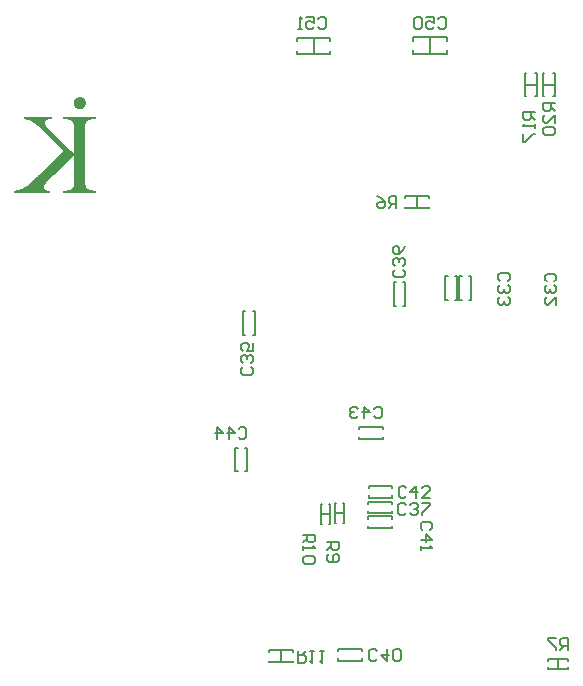
<source format=gbr>
%TF.GenerationSoftware,Altium Limited,Altium Designer,24.10.1 (45)*%
G04 Layer_Color=32896*
%FSLAX45Y45*%
%MOMM*%
%TF.SameCoordinates,E1515796-6FB3-4C94-B68D-87BC939BF7D9*%
%TF.FilePolarity,Positive*%
%TF.FileFunction,Legend,Bot*%
%TF.Part,Single*%
G01*
G75*
%TA.AperFunction,NonConductor*%
%ADD111C,0.15000*%
%ADD115C,0.15300*%
G36*
X3034776Y5645720D02*
X3047448D01*
Y5649944D01*
X3049560D01*
Y5666840D01*
X2775000D01*
Y5664728D01*
X2772888D01*
Y5645720D01*
X2808792D01*
Y5643608D01*
X2817240D01*
Y5641496D01*
X2825688D01*
Y5639384D01*
X2829912D01*
Y5637272D01*
X2834136D01*
Y5635160D01*
X2838360D01*
Y5633048D01*
X2842584D01*
Y5630936D01*
X2844696D01*
Y5628824D01*
X2846808D01*
Y5626712D01*
X2848920D01*
Y5624600D01*
X2851032D01*
Y5622488D01*
X2853144D01*
Y5620376D01*
X2855256D01*
Y5614040D01*
X2857368D01*
Y5609816D01*
X2859480D01*
Y5599256D01*
X2861592D01*
Y5580248D01*
X2863704D01*
Y5356376D01*
X2859480D01*
Y5358488D01*
X2857368D01*
Y5360600D01*
X2855256D01*
Y5362712D01*
X2853144D01*
Y5364824D01*
X2851032D01*
Y5366936D01*
X2848920D01*
Y5369048D01*
X2846808D01*
Y5371160D01*
X2844696D01*
Y5373272D01*
X2842584D01*
Y5375384D01*
X2840472D01*
Y5377496D01*
X2836248D01*
Y5379608D01*
X2834136D01*
Y5381720D01*
X2832024D01*
Y5383832D01*
X2829912D01*
Y5385944D01*
X2827800D01*
Y5388056D01*
X2825688D01*
Y5390168D01*
X2823576D01*
Y5392280D01*
X2821464D01*
Y5394392D01*
X2819352D01*
Y5396504D01*
X2817240D01*
Y5398616D01*
X2813016D01*
Y5402840D01*
X2808792D01*
Y5404952D01*
X2806680D01*
Y5407064D01*
X2804568D01*
Y5409176D01*
X2802456D01*
Y5411288D01*
X2800344D01*
Y5413400D01*
X2798232D01*
Y5415512D01*
X2796120D01*
Y5417624D01*
X2794008D01*
Y5419736D01*
X2791896D01*
Y5421848D01*
X2789784D01*
Y5423960D01*
X2787672D01*
Y5426072D01*
X2785560D01*
Y5428184D01*
X2783448D01*
Y5430296D01*
X2781336D01*
Y5432408D01*
X2777112D01*
Y5434520D01*
X2775000D01*
Y5436632D01*
X2772888D01*
Y5438744D01*
X2770776D01*
Y5440856D01*
X2768664D01*
Y5442968D01*
X2766552D01*
Y5445080D01*
X2764440D01*
Y5447192D01*
X2762328D01*
Y5449304D01*
X2760216D01*
Y5451416D01*
X2758104D01*
Y5453528D01*
X2755992D01*
Y5455640D01*
X2753880D01*
Y5457752D01*
X2751768D01*
Y5459864D01*
X2749656D01*
Y5461976D01*
X2747544D01*
Y5464088D01*
X2745432D01*
Y5466200D01*
X2741208D01*
Y5468312D01*
X2739096D01*
Y5470424D01*
X2736984D01*
Y5472536D01*
X2734872D01*
Y5474648D01*
X2732760D01*
Y5476760D01*
X2730648D01*
Y5478872D01*
X2728536D01*
Y5480984D01*
X2726424D01*
Y5483096D01*
X2724312D01*
Y5485208D01*
X2722200D01*
Y5487320D01*
X2720088D01*
Y5489432D01*
X2717976D01*
Y5491544D01*
X2715864D01*
Y5493656D01*
X2713752D01*
Y5495768D01*
X2711640D01*
Y5497880D01*
X2709528D01*
Y5499992D01*
X2707416D01*
Y5502104D01*
X2705304D01*
Y5504216D01*
X2703192D01*
Y5506328D01*
X2701080D01*
Y5508440D01*
X2698968D01*
Y5510552D01*
X2696856D01*
Y5512664D01*
X2694744D01*
Y5514776D01*
X2692632D01*
Y5516888D01*
X2690520D01*
Y5519000D01*
X2688408D01*
Y5521112D01*
X2686296D01*
Y5523224D01*
X2684184D01*
Y5525336D01*
X2682072D01*
Y5527448D01*
X2679960D01*
Y5529560D01*
X2677848D01*
Y5531672D01*
X2675736D01*
Y5533784D01*
X2673624D01*
Y5535896D01*
X2671512D01*
Y5538008D01*
X2669400D01*
Y5540120D01*
X2667288D01*
Y5542232D01*
X2665176D01*
Y5544344D01*
X2663064D01*
Y5546456D01*
X2660952D01*
Y5548568D01*
X2658840D01*
Y5550680D01*
X2656728D01*
Y5554904D01*
X2654616D01*
Y5557016D01*
X2652504D01*
Y5559128D01*
X2650392D01*
Y5561240D01*
X2648280D01*
Y5563352D01*
X2646168D01*
Y5567576D01*
X2644056D01*
Y5569688D01*
X2641944D01*
Y5571800D01*
X2639832D01*
Y5573912D01*
X2637720D01*
Y5576024D01*
X2635608D01*
Y5578136D01*
X2633496D01*
Y5582360D01*
X2631384D01*
Y5584472D01*
X2629272D01*
Y5586584D01*
X2627160D01*
Y5590808D01*
X2625048D01*
Y5595032D01*
X2622936D01*
Y5597144D01*
X2620824D01*
Y5603480D01*
X2618712D01*
Y5607704D01*
X2616600D01*
Y5626712D01*
X2618712D01*
Y5630936D01*
X2620824D01*
Y5633048D01*
X2622936D01*
Y5635160D01*
X2625048D01*
Y5637272D01*
X2627160D01*
Y5639384D01*
X2631384D01*
Y5641496D01*
X2635608D01*
Y5643608D01*
X2644056D01*
Y5645720D01*
X2673624D01*
Y5664728D01*
X2439192D01*
Y5645720D01*
X2456088D01*
Y5643608D01*
X2466648D01*
Y5641496D01*
X2475096D01*
Y5639384D01*
X2481432D01*
Y5637272D01*
X2487768D01*
Y5635160D01*
X2491992D01*
Y5633048D01*
X2496216D01*
Y5630936D01*
X2500440D01*
Y5628824D01*
X2504664D01*
Y5626712D01*
X2508888D01*
Y5624600D01*
X2511000D01*
Y5622488D01*
X2515224D01*
Y5620376D01*
X2519448D01*
Y5618264D01*
X2521560D01*
Y5616152D01*
X2525784D01*
Y5614040D01*
X2530008D01*
Y5611928D01*
X2532120D01*
Y5609816D01*
X2534232D01*
Y5607704D01*
X2538456D01*
Y5605592D01*
X2540568D01*
Y5603480D01*
X2542680D01*
Y5601368D01*
X2544792D01*
Y5599256D01*
X2549016D01*
Y5597144D01*
X2551128D01*
Y5595032D01*
X2553240D01*
Y5592920D01*
X2555352D01*
Y5590808D01*
X2559576D01*
Y5588696D01*
X2561688D01*
Y5586584D01*
X2563800D01*
Y5584472D01*
X2565912D01*
Y5582360D01*
X2568024D01*
Y5580248D01*
X2570136D01*
Y5578136D01*
X2572248D01*
Y5576024D01*
X2574360D01*
Y5573912D01*
X2578584D01*
Y5571800D01*
X2580696D01*
Y5569688D01*
X2582808D01*
Y5567576D01*
X2584920D01*
Y5565464D01*
X2587032D01*
Y5563352D01*
X2589144D01*
Y5561240D01*
X2591256D01*
Y5559128D01*
X2593368D01*
Y5557016D01*
X2595480D01*
Y5554904D01*
X2597592D01*
Y5552792D01*
X2599704D01*
Y5550680D01*
X2601816D01*
Y5548568D01*
X2603928D01*
Y5546456D01*
X2606040D01*
Y5544344D01*
X2608152D01*
Y5542232D01*
X2610264D01*
Y5540120D01*
X2612376D01*
Y5538008D01*
X2614488D01*
Y5535896D01*
X2616600D01*
Y5533784D01*
X2618712D01*
Y5531672D01*
X2620824D01*
Y5529560D01*
X2622936D01*
Y5527448D01*
X2625048D01*
Y5525336D01*
X2627160D01*
Y5523224D01*
X2629272D01*
Y5521112D01*
X2631384D01*
Y5519000D01*
X2633496D01*
Y5516888D01*
X2635608D01*
Y5514776D01*
X2637720D01*
Y5512664D01*
X2639832D01*
Y5510552D01*
X2641944D01*
Y5508440D01*
X2644056D01*
Y5506328D01*
X2646168D01*
Y5504216D01*
X2648280D01*
Y5499992D01*
X2652504D01*
Y5497880D01*
X2654616D01*
Y5493656D01*
X2656728D01*
Y5491544D01*
X2658840D01*
Y5489432D01*
X2660952D01*
Y5487320D01*
X2663064D01*
Y5485208D01*
X2665176D01*
Y5483096D01*
X2667288D01*
Y5480984D01*
X2669400D01*
Y5478872D01*
X2671512D01*
Y5476760D01*
X2673624D01*
Y5474648D01*
X2675736D01*
Y5472536D01*
X2677848D01*
Y5470424D01*
X2679960D01*
Y5468312D01*
X2682072D01*
Y5466200D01*
X2684184D01*
Y5464088D01*
X2686296D01*
Y5461976D01*
X2688408D01*
Y5459864D01*
X2690520D01*
Y5457752D01*
X2692632D01*
Y5455640D01*
X2694744D01*
Y5453528D01*
X2696856D01*
Y5451416D01*
X2698968D01*
Y5449304D01*
X2701080D01*
Y5447192D01*
X2703192D01*
Y5445080D01*
X2705304D01*
Y5442968D01*
X2707416D01*
Y5440856D01*
X2709528D01*
Y5438744D01*
X2711640D01*
Y5436632D01*
X2713752D01*
Y5434520D01*
X2715864D01*
Y5432408D01*
X2717976D01*
Y5430296D01*
X2720088D01*
Y5428184D01*
X2722200D01*
Y5426072D01*
X2724312D01*
Y5423960D01*
X2726424D01*
Y5421848D01*
X2728536D01*
Y5419736D01*
X2730648D01*
Y5417624D01*
X2732760D01*
Y5415512D01*
X2734872D01*
Y5413400D01*
X2736984D01*
Y5411288D01*
X2739096D01*
Y5409176D01*
X2741208D01*
Y5407064D01*
X2743320D01*
Y5404952D01*
X2745432D01*
Y5402840D01*
X2747544D01*
Y5400728D01*
X2749656D01*
Y5398616D01*
X2751768D01*
Y5396504D01*
X2753880D01*
Y5394392D01*
X2755992D01*
Y5392280D01*
X2758104D01*
Y5390168D01*
X2760216D01*
Y5388056D01*
X2764440D01*
Y5385944D01*
X2766552D01*
Y5383832D01*
X2768664D01*
Y5381720D01*
X2770776D01*
Y5379608D01*
X2772888D01*
Y5377496D01*
X2770776D01*
Y5375384D01*
X2768664D01*
Y5373272D01*
X2766552D01*
Y5371160D01*
X2764440D01*
Y5369048D01*
X2762328D01*
Y5366936D01*
X2760216D01*
Y5364824D01*
X2758104D01*
Y5362712D01*
X2755992D01*
Y5360600D01*
X2753880D01*
Y5358488D01*
X2751768D01*
Y5356376D01*
X2749656D01*
Y5354264D01*
X2747544D01*
Y5352152D01*
X2745432D01*
Y5350040D01*
X2743320D01*
Y5347928D01*
X2741208D01*
Y5345816D01*
X2739096D01*
Y5343704D01*
X2736984D01*
Y5341592D01*
X2734872D01*
Y5339480D01*
X2732760D01*
Y5337368D01*
X2730648D01*
Y5335256D01*
X2728536D01*
Y5333144D01*
X2726424D01*
Y5331032D01*
X2724312D01*
Y5328920D01*
X2722200D01*
Y5326808D01*
X2720088D01*
Y5324696D01*
X2717976D01*
Y5322584D01*
X2715864D01*
Y5320472D01*
X2713752D01*
Y5318360D01*
X2711640D01*
Y5316248D01*
X2709528D01*
Y5314136D01*
X2707416D01*
Y5312024D01*
X2705304D01*
Y5309912D01*
X2703192D01*
Y5307800D01*
X2701080D01*
Y5305688D01*
X2698968D01*
Y5303576D01*
X2696856D01*
Y5301464D01*
X2694744D01*
Y5299352D01*
X2692632D01*
Y5297240D01*
X2690520D01*
Y5295128D01*
X2688408D01*
Y5293016D01*
X2686296D01*
Y5290904D01*
X2684184D01*
Y5288792D01*
X2682072D01*
Y5286680D01*
X2679960D01*
Y5284568D01*
X2677848D01*
Y5282456D01*
X2675736D01*
Y5280344D01*
X2673624D01*
Y5278232D01*
X2671512D01*
Y5276120D01*
X2669400D01*
Y5274008D01*
X2667288D01*
Y5271896D01*
X2665176D01*
Y5269784D01*
X2663064D01*
Y5267672D01*
X2660952D01*
Y5265560D01*
X2658840D01*
Y5263448D01*
X2656728D01*
Y5261336D01*
X2654616D01*
Y5259224D01*
X2652504D01*
Y5257112D01*
X2650392D01*
Y5255000D01*
X2648280D01*
Y5252888D01*
X2646168D01*
Y5250776D01*
X2644056D01*
Y5248664D01*
X2641944D01*
Y5246552D01*
X2639832D01*
Y5244440D01*
X2637720D01*
Y5242328D01*
X2635608D01*
Y5240216D01*
X2633496D01*
Y5238104D01*
X2631384D01*
Y5235992D01*
X2629272D01*
Y5233880D01*
X2627160D01*
Y5231768D01*
X2625048D01*
Y5229656D01*
X2622936D01*
Y5227544D01*
X2620824D01*
Y5225432D01*
X2618712D01*
Y5223320D01*
X2616600D01*
Y5221208D01*
X2614488D01*
Y5219096D01*
X2612376D01*
Y5216984D01*
X2610264D01*
Y5214872D01*
X2608152D01*
Y5212760D01*
X2606040D01*
Y5210648D01*
X2603928D01*
Y5208536D01*
X2601816D01*
Y5206424D01*
X2599704D01*
Y5204312D01*
X2597592D01*
Y5202200D01*
X2595480D01*
Y5200088D01*
X2593368D01*
Y5197976D01*
X2591256D01*
Y5195864D01*
X2589144D01*
Y5193752D01*
X2587032D01*
Y5191640D01*
X2584920D01*
Y5189528D01*
X2582808D01*
Y5187416D01*
X2580696D01*
Y5185304D01*
X2578584D01*
Y5183192D01*
X2576472D01*
Y5181080D01*
X2574360D01*
Y5178968D01*
X2572248D01*
Y5176856D01*
X2570136D01*
Y5174744D01*
X2565912D01*
Y5170520D01*
X2561688D01*
Y5166296D01*
X2557464D01*
Y5162072D01*
X2555352D01*
Y5159960D01*
X2551128D01*
Y5157848D01*
X2549016D01*
Y5155736D01*
X2546904D01*
Y5153624D01*
X2544792D01*
Y5151512D01*
X2542680D01*
Y5149400D01*
X2540568D01*
Y5147288D01*
X2538456D01*
Y5145176D01*
X2536344D01*
Y5140952D01*
X2532120D01*
Y5138840D01*
X2530008D01*
Y5136728D01*
X2527896D01*
Y5134616D01*
X2525784D01*
Y5132504D01*
X2523672D01*
Y5130392D01*
X2521560D01*
Y5128280D01*
X2519448D01*
Y5126168D01*
X2517336D01*
Y5124056D01*
X2515224D01*
Y5121944D01*
X2513112D01*
Y5119832D01*
X2511000D01*
Y5117720D01*
X2508888D01*
Y5115608D01*
X2506776D01*
Y5113496D01*
X2502552D01*
Y5111384D01*
X2500440D01*
Y5109272D01*
X2498328D01*
Y5107160D01*
X2496216D01*
Y5105048D01*
X2494104D01*
Y5102936D01*
X2491992D01*
Y5100824D01*
X2489880D01*
Y5098712D01*
X2485656D01*
Y5096600D01*
X2483544D01*
Y5094488D01*
X2481432D01*
Y5092376D01*
X2479320D01*
Y5090264D01*
X2475096D01*
Y5088152D01*
X2472984D01*
Y5086040D01*
X2470872D01*
Y5083928D01*
X2468760D01*
Y5081816D01*
X2464536D01*
Y5079704D01*
X2462424D01*
Y5077592D01*
X2458200D01*
Y5075480D01*
X2453976D01*
Y5073368D01*
X2451864D01*
Y5071256D01*
X2447640D01*
Y5069144D01*
X2443416D01*
Y5067032D01*
X2441304D01*
Y5064920D01*
X2437080D01*
Y5062808D01*
X2432856D01*
Y5060696D01*
X2428632D01*
Y5058584D01*
X2422296D01*
Y5056472D01*
X2418072D01*
Y5054360D01*
X2413848D01*
Y5052248D01*
X2407512D01*
Y5050136D01*
X2401176D01*
Y5048024D01*
X2392728D01*
Y5045912D01*
X2386392D01*
Y5043800D01*
X2375832D01*
Y5041688D01*
X2361048D01*
Y5039576D01*
X2354712D01*
Y5020568D01*
X2658840D01*
Y5039576D01*
X2644056D01*
Y5041688D01*
X2633496D01*
Y5043800D01*
X2627160D01*
Y5045912D01*
X2622936D01*
Y5048024D01*
X2620824D01*
Y5050136D01*
X2618712D01*
Y5052248D01*
X2616600D01*
Y5054360D01*
X2614488D01*
Y5056472D01*
X2612376D01*
Y5058584D01*
X2610264D01*
Y5062808D01*
X2608152D01*
Y5079704D01*
X2610264D01*
Y5086040D01*
X2612376D01*
Y5090264D01*
X2614488D01*
Y5094488D01*
X2616600D01*
Y5096600D01*
X2618712D01*
Y5098712D01*
X2620824D01*
Y5100824D01*
X2622936D01*
Y5102936D01*
X2625048D01*
Y5107160D01*
X2627160D01*
Y5109272D01*
X2629272D01*
Y5111384D01*
X2631384D01*
Y5113496D01*
X2633496D01*
Y5115608D01*
X2635608D01*
Y5117720D01*
X2637720D01*
Y5119832D01*
X2639832D01*
Y5121944D01*
X2641944D01*
Y5124056D01*
X2644056D01*
Y5126168D01*
X2646168D01*
Y5128280D01*
X2648280D01*
Y5130392D01*
X2650392D01*
Y5132504D01*
X2652504D01*
Y5134616D01*
X2654616D01*
Y5136728D01*
X2656728D01*
Y5138840D01*
X2658840D01*
Y5140952D01*
X2660952D01*
Y5143064D01*
X2663064D01*
Y5145176D01*
X2665176D01*
Y5147288D01*
X2667288D01*
Y5149400D01*
X2669400D01*
Y5151512D01*
X2671512D01*
Y5153624D01*
X2673624D01*
Y5155736D01*
X2675736D01*
Y5157848D01*
X2677848D01*
Y5159960D01*
X2679960D01*
Y5162072D01*
X2682072D01*
Y5164184D01*
X2684184D01*
Y5166296D01*
X2686296D01*
Y5168408D01*
X2688408D01*
Y5170520D01*
X2690520D01*
Y5172632D01*
X2692632D01*
Y5174744D01*
X2694744D01*
Y5176856D01*
X2696856D01*
Y5178968D01*
X2698968D01*
Y5181080D01*
X2701080D01*
Y5183192D01*
X2705304D01*
Y5187416D01*
X2707416D01*
Y5189528D01*
X2709528D01*
Y5191640D01*
X2711640D01*
Y5193752D01*
X2715864D01*
Y5195864D01*
X2717976D01*
Y5197976D01*
X2720088D01*
Y5200088D01*
X2722200D01*
Y5202200D01*
X2724312D01*
Y5204312D01*
X2726424D01*
Y5206424D01*
X2728536D01*
Y5208536D01*
X2730648D01*
Y5210648D01*
X2732760D01*
Y5212760D01*
X2734872D01*
Y5214872D01*
X2736984D01*
Y5216984D01*
X2739096D01*
Y5219096D01*
X2741208D01*
Y5221208D01*
X2743320D01*
Y5223320D01*
X2745432D01*
Y5225432D01*
X2747544D01*
Y5227544D01*
X2749656D01*
Y5229656D01*
X2751768D01*
Y5231768D01*
X2753880D01*
Y5233880D01*
X2755992D01*
Y5235992D01*
X2758104D01*
Y5238104D01*
X2760216D01*
Y5240216D01*
X2762328D01*
Y5242328D01*
X2764440D01*
Y5244440D01*
X2766552D01*
Y5246552D01*
X2768664D01*
Y5248664D01*
X2770776D01*
Y5250776D01*
X2772888D01*
Y5252888D01*
X2775000D01*
Y5255000D01*
X2777112D01*
Y5257112D01*
X2779224D01*
Y5259224D01*
X2781336D01*
Y5261336D01*
X2783448D01*
Y5263448D01*
X2785560D01*
Y5265560D01*
X2787672D01*
Y5267672D01*
X2789784D01*
Y5269784D01*
X2791896D01*
Y5271896D01*
X2794008D01*
Y5274008D01*
X2796120D01*
Y5276120D01*
X2798232D01*
Y5278232D01*
X2800344D01*
Y5280344D01*
X2802456D01*
Y5282456D01*
X2804568D01*
Y5284568D01*
X2806680D01*
Y5286680D01*
X2808792D01*
Y5288792D01*
X2810904D01*
Y5290904D01*
X2813016D01*
Y5293016D01*
X2815128D01*
Y5295128D01*
X2817240D01*
Y5297240D01*
X2819352D01*
Y5299352D01*
X2821464D01*
Y5301464D01*
X2823576D01*
Y5303576D01*
X2825688D01*
Y5305688D01*
X2827800D01*
Y5307800D01*
X2829912D01*
Y5309912D01*
X2832024D01*
Y5312024D01*
X2834136D01*
Y5314136D01*
X2836248D01*
Y5316248D01*
X2838360D01*
Y5318360D01*
X2840472D01*
Y5320472D01*
X2842584D01*
Y5322584D01*
X2844696D01*
Y5324696D01*
X2846808D01*
Y5326808D01*
X2848920D01*
Y5328920D01*
X2851032D01*
Y5331032D01*
X2853144D01*
Y5333144D01*
X2855256D01*
Y5335256D01*
X2857368D01*
Y5337368D01*
X2859480D01*
Y5339480D01*
X2863704D01*
Y5105048D01*
X2861592D01*
Y5083928D01*
X2859480D01*
Y5075480D01*
X2857368D01*
Y5069144D01*
X2855256D01*
Y5064920D01*
X2853144D01*
Y5062808D01*
X2851032D01*
Y5060696D01*
X2848920D01*
Y5058584D01*
X2844696D01*
Y5056472D01*
X2842584D01*
Y5054360D01*
X2838360D01*
Y5052248D01*
X2834136D01*
Y5050136D01*
X2829912D01*
Y5048024D01*
X2823576D01*
Y5045912D01*
X2817240D01*
Y5043800D01*
X2800344D01*
Y5041688D01*
X2772888D01*
Y5020568D01*
X3047448D01*
Y5024792D01*
X3049560D01*
Y5041688D01*
X3024216D01*
Y5043800D01*
X3005208D01*
Y5045912D01*
X2998872D01*
Y5048024D01*
X2992536D01*
Y5050136D01*
X2988312D01*
Y5052248D01*
X2981976D01*
Y5054360D01*
X2979864D01*
Y5056472D01*
X2977752D01*
Y5058584D01*
X2975640D01*
Y5060696D01*
X2973528D01*
Y5062808D01*
X2971416D01*
Y5064920D01*
X2969304D01*
Y5067032D01*
X2967192D01*
Y5071256D01*
X2965080D01*
Y5077592D01*
X2962968D01*
Y5088152D01*
X2960856D01*
Y5100824D01*
X2958744D01*
Y5595032D01*
X2960856D01*
Y5609816D01*
X2962968D01*
Y5618264D01*
X2965080D01*
Y5622488D01*
X2967192D01*
Y5624600D01*
X2969304D01*
Y5626712D01*
X2971416D01*
Y5628824D01*
X2973528D01*
Y5630936D01*
X2975640D01*
Y5633048D01*
X2979864D01*
Y5635160D01*
X2984088D01*
Y5637272D01*
X2988312D01*
Y5639384D01*
X2992536D01*
Y5641496D01*
X3000984D01*
Y5643608D01*
X3007320D01*
Y5645720D01*
X3032664D01*
X3034776D01*
D02*
G37*
G36*
X2958744Y5802008D02*
Y5808344D01*
X2956632D01*
Y5810456D01*
X2954520D01*
Y5814680D01*
X2952408D01*
Y5816792D01*
X2950296D01*
Y5818904D01*
X2948184D01*
Y5821016D01*
X2946072D01*
Y5823128D01*
X2943960D01*
Y5825240D01*
X2939736D01*
Y5827352D01*
X2937624D01*
Y5829464D01*
X2931288D01*
Y5831576D01*
X2927064D01*
Y5833688D01*
X2897496D01*
Y5831576D01*
X2893272D01*
Y5829464D01*
X2886936D01*
Y5827352D01*
X2884824D01*
Y5825240D01*
X2882712D01*
Y5823128D01*
X2878488D01*
Y5821016D01*
X2876376D01*
Y5818904D01*
X2874264D01*
Y5816792D01*
X2872152D01*
Y5812568D01*
X2870040D01*
Y5810456D01*
X2867928D01*
Y5808344D01*
X2865816D01*
Y5802008D01*
X2863704D01*
Y5797784D01*
X2861592D01*
Y5785112D01*
X2859480D01*
Y5778776D01*
X2861592D01*
Y5766104D01*
X2863704D01*
Y5761880D01*
X2865816D01*
Y5755544D01*
X2867928D01*
Y5753432D01*
X2870040D01*
Y5751320D01*
X2872152D01*
Y5747096D01*
X2874264D01*
Y5744984D01*
X2876376D01*
Y5742872D01*
X2880600D01*
Y5740760D01*
X2882712D01*
Y5738648D01*
X2884824D01*
Y5736536D01*
X2889048D01*
Y5734424D01*
X2893272D01*
Y5732312D01*
X2903832D01*
Y5730200D01*
X2920728D01*
Y5732312D01*
X2929176D01*
Y5734424D01*
X2933400D01*
Y5736536D01*
X2937624D01*
Y5738648D01*
X2939736D01*
Y5740760D01*
X2943960D01*
Y5742872D01*
X2946072D01*
Y5744984D01*
X2948184D01*
Y5747096D01*
X2950296D01*
Y5749208D01*
X2952408D01*
Y5753432D01*
X2954520D01*
Y5755544D01*
X2956632D01*
Y5757656D01*
X2958744D01*
Y5763992D01*
X2960856D01*
Y5768216D01*
X2962968D01*
Y5780888D01*
X2965080D01*
Y5783000D01*
X2962968D01*
Y5797784D01*
X2960856D01*
Y5802008D01*
X2958744D01*
D02*
G37*
D111*
X6770600Y6040000D02*
X6783300D01*
Y5840000D02*
Y6040000D01*
X6770600Y5840000D02*
X6783300D01*
X6681700D02*
X6694400D01*
X6681700D02*
Y6040000D01*
X6694400D01*
X6681700Y5940000D02*
X6783300D01*
X6087500Y4317500D02*
X6107500D01*
Y4117500D02*
Y4317500D01*
X6087500Y4117500D02*
X6107500D01*
X6007500D02*
X6027500D01*
X6007500D02*
Y4317500D01*
X6027500D01*
X6205000D02*
X6225000D01*
Y4117500D02*
Y4317500D01*
X6205000Y4117500D02*
X6225000D01*
X6125000D02*
X6145000D01*
X6125000D02*
Y4317500D01*
X6145000D01*
X5867500Y4894200D02*
Y4906900D01*
X5667500Y4894200D02*
X5867500D01*
X5667500D02*
Y4906900D01*
Y4983100D02*
Y4995800D01*
X5867500D01*
Y4983100D02*
Y4995800D01*
X5767500Y4894200D02*
Y4995800D01*
X5102500Y1062500D02*
Y1082500D01*
Y1062500D02*
X5302500D01*
Y1082500D01*
Y1142500D02*
Y1162500D01*
X5102500D02*
X5302500D01*
X5102500Y1142500D02*
Y1162500D01*
X6831700Y5940000D02*
X6933300D01*
X6831700Y6040000D02*
X6844400D01*
X6831700Y5840000D02*
Y6040000D01*
Y5840000D02*
X6844400D01*
X6920600D02*
X6933300D01*
Y6040000D01*
X6920600D02*
X6933300D01*
X5877500Y6200001D02*
Y6340001D01*
X6017500Y6310001D02*
Y6340001D01*
X5737500D02*
X6017500D01*
X5737500Y6310001D02*
Y6340001D01*
Y6200001D02*
Y6230001D01*
Y6200001D02*
X6017500D01*
Y6230001D01*
X4892500Y6197501D02*
Y6337501D01*
X5032500Y6307501D02*
Y6337501D01*
X4752500D02*
X5032500D01*
X4752500Y6307501D02*
Y6337501D01*
Y6197501D02*
Y6227501D01*
Y6197501D02*
X5032500D01*
Y6227501D01*
X5650000Y4066500D02*
X5670000D01*
Y4266500D01*
X5650000D02*
X5670000D01*
X5570000D02*
X5590000D01*
X5570000Y4066500D02*
Y4266500D01*
Y4066500D02*
X5590000D01*
X4295000Y4020000D02*
X4315000D01*
X4295000Y3820000D02*
Y4020000D01*
Y3820000D02*
X4315000D01*
X4375000D02*
X4395000D01*
Y4020000D01*
X4375000D02*
X4395000D01*
X5357500Y2442500D02*
Y2462500D01*
Y2442500D02*
X5557500D01*
Y2462500D01*
Y2522500D02*
Y2542500D01*
X5357500D02*
X5557500D01*
X5357500Y2522500D02*
Y2542500D01*
X5352500Y2310000D02*
Y2330000D01*
Y2310000D02*
X5552500D01*
Y2330000D01*
Y2390000D02*
Y2410000D01*
X5352500D02*
X5552500D01*
X5352500Y2390000D02*
Y2410000D01*
Y2185000D02*
Y2205000D01*
Y2185000D02*
X5552500D01*
Y2205000D01*
Y2265000D02*
Y2285000D01*
X5352500D02*
X5552500D01*
X5352500Y2265000D02*
Y2285000D01*
X5070000Y2315000D02*
X5150000D01*
X5138100Y2400000D02*
X5150800D01*
Y2230000D02*
Y2400000D01*
X5138100Y2230000D02*
X5150800D01*
X5069200D02*
X5081900D01*
X5069200D02*
Y2400000D01*
X5081900D01*
X4952500Y2307500D02*
X5032500D01*
X5020600Y2392500D02*
X5033300D01*
Y2222500D02*
Y2392500D01*
X5020600Y2222500D02*
X5033300D01*
X4951700D02*
X4964400D01*
X4951700D02*
Y2392500D01*
X4964400D01*
X4617500Y1049200D02*
Y1150800D01*
X4717500Y1138100D02*
Y1150800D01*
X4517500D02*
X4717500D01*
X4517500Y1138100D02*
Y1150800D01*
Y1049200D02*
Y1061900D01*
Y1049200D02*
X4717500D01*
Y1061900D01*
X6965000Y995000D02*
Y1075000D01*
X6880000Y1063100D02*
Y1075800D01*
X7050000D01*
Y1063100D02*
Y1075800D01*
Y994200D02*
Y1006900D01*
X6880000Y994200D02*
X7050000D01*
X6880000D02*
Y1006900D01*
X5480000Y3020000D02*
Y3040000D01*
X5280000D02*
X5480000D01*
X5280000Y3020000D02*
Y3040000D01*
Y2940000D02*
Y2960000D01*
Y2940000D02*
X5480000D01*
Y2960000D01*
X4310000Y2667500D02*
X4330000D01*
Y2867500D01*
X4310000D02*
X4330000D01*
X4230000D02*
X4250000D01*
X4230000Y2667500D02*
Y2867500D01*
Y2667500D02*
X4250000D01*
D115*
X6937484Y5780790D02*
X6837516D01*
Y5730806D01*
X6854177Y5714145D01*
X6887500D01*
X6904161Y5730806D01*
Y5780790D01*
Y5747467D02*
X6937484Y5714145D01*
Y5614177D02*
Y5680822D01*
X6870839Y5614177D01*
X6854177D01*
X6837516Y5630838D01*
Y5664161D01*
X6854177Y5680822D01*
Y5580854D02*
X6837516Y5564193D01*
Y5530870D01*
X6854177Y5514209D01*
X6920822D01*
X6937484Y5530870D01*
Y5564193D01*
X6920822Y5580854D01*
X6854177D01*
X6767484Y5707460D02*
X6667516D01*
Y5657476D01*
X6684178Y5640815D01*
X6717500D01*
X6734162Y5657476D01*
Y5707460D01*
Y5674137D02*
X6767484Y5640815D01*
Y5607492D02*
Y5574169D01*
Y5590831D01*
X6667516D01*
X6684178Y5607492D01*
X6667516Y5524186D02*
Y5457541D01*
X6684178D01*
X6750823Y5524186D01*
X6767484D01*
X4764202Y1144983D02*
Y1045016D01*
X4814186D01*
X4830847Y1061677D01*
Y1095000D01*
X4814186Y1111661D01*
X4764202D01*
X4797524D02*
X4830847Y1144983D01*
X4864170D02*
X4897492D01*
X4880831D01*
Y1045016D01*
X4864170Y1061677D01*
X4947476Y1144983D02*
X4980799D01*
X4964137D01*
Y1045016D01*
X4947476Y1061677D01*
X4802516Y2129960D02*
X4902484D01*
Y2079976D01*
X4885823Y2063315D01*
X4852500D01*
X4835839Y2079976D01*
Y2129960D01*
Y2096637D02*
X4802516Y2063315D01*
Y2029992D02*
Y1996669D01*
Y2013330D01*
X4902484D01*
X4885823Y2029992D01*
Y1946685D02*
X4902484Y1930024D01*
Y1896702D01*
X4885823Y1880040D01*
X4819178D01*
X4802516Y1896702D01*
Y1930024D01*
X4819178Y1946685D01*
X4885823D01*
X5005016Y2065806D02*
X5104984D01*
Y2015822D01*
X5088323Y1999161D01*
X5055000D01*
X5038339Y2015822D01*
Y2065806D01*
Y2032484D02*
X5005016Y1999161D01*
X5021678Y1965839D02*
X5005016Y1949177D01*
Y1915855D01*
X5021678Y1899194D01*
X5088323D01*
X5104984Y1915855D01*
Y1949177D01*
X5088323Y1965839D01*
X5071661D01*
X5055000Y1949177D01*
Y1899194D01*
X7043420Y1150620D02*
Y1250588D01*
X6993436D01*
X6976775Y1233926D01*
Y1200604D01*
X6993436Y1183943D01*
X7043420D01*
X7010097D02*
X6976775Y1150620D01*
X6943452Y1250588D02*
X6876807D01*
Y1233926D01*
X6943452Y1167281D01*
Y1150620D01*
X5593307Y4897516D02*
Y4997484D01*
X5543323D01*
X5526662Y4980822D01*
Y4947500D01*
X5543323Y4930838D01*
X5593307D01*
X5559984D02*
X5526662Y4897516D01*
X5426694Y4997484D02*
X5460016Y4980822D01*
X5493339Y4947500D01*
Y4914177D01*
X5476677Y4897516D01*
X5443355D01*
X5426694Y4914177D01*
Y4930838D01*
X5443355Y4947500D01*
X5493339D01*
X4927835Y6493967D02*
X4944496Y6510628D01*
X4977818D01*
X4994480Y6493967D01*
Y6427322D01*
X4977818Y6410661D01*
X4944496D01*
X4927835Y6427322D01*
X4827867Y6510628D02*
X4894512D01*
Y6460644D01*
X4861189Y6477306D01*
X4844528D01*
X4827867Y6460644D01*
Y6427322D01*
X4844528Y6410661D01*
X4877851D01*
X4894512Y6427322D01*
X4794544Y6410661D02*
X4761222D01*
X4777883D01*
Y6510628D01*
X4794544Y6493967D01*
X5946375Y6496507D02*
X5963036Y6513168D01*
X5996358D01*
X6013020Y6496507D01*
Y6429862D01*
X5996358Y6413201D01*
X5963036D01*
X5946375Y6429862D01*
X5846407Y6513168D02*
X5913052D01*
Y6463184D01*
X5879729Y6479846D01*
X5863068D01*
X5846407Y6463184D01*
Y6429862D01*
X5863068Y6413201D01*
X5896391D01*
X5913052Y6429862D01*
X5813084Y6496507D02*
X5796423Y6513168D01*
X5763100D01*
X5746439Y6496507D01*
Y6429862D01*
X5763100Y6413201D01*
X5796423D01*
X5813084Y6429862D01*
Y6496507D01*
X4256435Y3024626D02*
X4273096Y3041288D01*
X4306419D01*
X4323080Y3024626D01*
Y2957981D01*
X4306419Y2941320D01*
X4273096D01*
X4256435Y2957981D01*
X4173128Y2941320D02*
Y3041288D01*
X4223112Y2991304D01*
X4156467D01*
X4073161Y2941320D02*
Y3041288D01*
X4123144Y2991304D01*
X4056499D01*
X5404515Y3197346D02*
X5421176Y3214008D01*
X5454499D01*
X5471160Y3197346D01*
Y3130701D01*
X5454499Y3114040D01*
X5421176D01*
X5404515Y3130701D01*
X5321208Y3114040D02*
Y3214008D01*
X5371192Y3164024D01*
X5304547D01*
X5271224Y3197346D02*
X5254563Y3214008D01*
X5221241D01*
X5204579Y3197346D01*
Y3180685D01*
X5221241Y3164024D01*
X5237902D01*
X5221241D01*
X5204579Y3147363D01*
Y3130701D01*
X5221241Y3114040D01*
X5254563D01*
X5271224Y3130701D01*
X5678355Y2525822D02*
X5661694Y2542483D01*
X5628371D01*
X5611710Y2525822D01*
Y2459177D01*
X5628371Y2442516D01*
X5661694D01*
X5678355Y2459177D01*
X5761661Y2442516D02*
Y2542483D01*
X5711677Y2492499D01*
X5778322D01*
X5878290Y2442516D02*
X5811645D01*
X5878290Y2509161D01*
Y2525822D01*
X5861629Y2542483D01*
X5828307D01*
X5811645Y2525822D01*
X5880823Y2169984D02*
X5897484Y2186645D01*
Y2219967D01*
X5880823Y2236629D01*
X5814178D01*
X5797516Y2219967D01*
Y2186645D01*
X5814178Y2169984D01*
X5797516Y2086677D02*
X5897484D01*
X5847500Y2136661D01*
Y2070016D01*
X5797516Y2036693D02*
Y2003371D01*
Y2020032D01*
X5897484D01*
X5880823Y2036693D01*
X5428354Y1074177D02*
X5411693Y1057516D01*
X5378370D01*
X5361709Y1074177D01*
Y1140822D01*
X5378370Y1157483D01*
X5411693D01*
X5428354Y1140822D01*
X5511661Y1157483D02*
Y1057516D01*
X5461677Y1107499D01*
X5528322D01*
X5561645Y1074177D02*
X5578306Y1057516D01*
X5611629D01*
X5628290Y1074177D01*
Y1140822D01*
X5611629Y1157483D01*
X5578306D01*
X5561645Y1140822D01*
Y1074177D01*
X5675855Y2378322D02*
X5659194Y2394984D01*
X5625871D01*
X5609210Y2378322D01*
Y2311677D01*
X5625871Y2295016D01*
X5659194D01*
X5675855Y2311677D01*
X5709178Y2378322D02*
X5725839Y2394984D01*
X5759161D01*
X5775823Y2378322D01*
Y2361661D01*
X5759161Y2345000D01*
X5742500D01*
X5759161D01*
X5775823Y2328338D01*
Y2311677D01*
X5759161Y2295016D01*
X5725839D01*
X5709178Y2311677D01*
X5809145Y2394984D02*
X5875790D01*
Y2378322D01*
X5809145Y2311677D01*
Y2295016D01*
X5645822Y4373855D02*
X5662484Y4357193D01*
Y4323871D01*
X5645822Y4307210D01*
X5579177D01*
X5562516Y4323871D01*
Y4357193D01*
X5579177Y4373855D01*
X5645822Y4407177D02*
X5662484Y4423839D01*
Y4457161D01*
X5645822Y4473822D01*
X5629161D01*
X5612500Y4457161D01*
Y4440500D01*
Y4457161D01*
X5595838Y4473822D01*
X5579177D01*
X5562516Y4457161D01*
Y4423839D01*
X5579177Y4407177D01*
X5662484Y4573790D02*
X5645822Y4540468D01*
X5612500Y4507145D01*
X5579177D01*
X5562516Y4523807D01*
Y4557129D01*
X5579177Y4573790D01*
X5595838D01*
X5612500Y4557129D01*
Y4507145D01*
X4363323Y3551854D02*
X4379984Y3535193D01*
Y3501871D01*
X4363323Y3485209D01*
X4296678D01*
X4280016Y3501871D01*
Y3535193D01*
X4296678Y3551854D01*
X4363323Y3585177D02*
X4379984Y3601839D01*
Y3635161D01*
X4363323Y3651822D01*
X4346661D01*
X4330000Y3635161D01*
Y3618500D01*
Y3635161D01*
X4313339Y3651822D01*
X4296678D01*
X4280016Y3635161D01*
Y3601839D01*
X4296678Y3585177D01*
X4379984Y3751790D02*
Y3685145D01*
X4330000D01*
X4346661Y3718468D01*
Y3735129D01*
X4330000Y3751790D01*
X4296678D01*
X4280016Y3735129D01*
Y3701806D01*
X4296678Y3685145D01*
X6469177Y4274146D02*
X6452516Y4290807D01*
Y4324130D01*
X6469177Y4340791D01*
X6535822D01*
X6552484Y4324130D01*
Y4290807D01*
X6535822Y4274146D01*
X6469177Y4240823D02*
X6452516Y4224162D01*
Y4190839D01*
X6469177Y4174178D01*
X6485839D01*
X6502500Y4190839D01*
Y4207501D01*
Y4190839D01*
X6519161Y4174178D01*
X6535822D01*
X6552484Y4190839D01*
Y4224162D01*
X6535822Y4240823D01*
X6469177Y4140855D02*
X6452516Y4124194D01*
Y4090871D01*
X6469177Y4074210D01*
X6485839D01*
X6502500Y4090871D01*
Y4107533D01*
Y4090871D01*
X6519161Y4074210D01*
X6535822D01*
X6552484Y4090871D01*
Y4124194D01*
X6535822Y4140855D01*
X6864177Y4273146D02*
X6847516Y4289807D01*
Y4323130D01*
X6864177Y4339791D01*
X6930822D01*
X6947483Y4323130D01*
Y4289807D01*
X6930822Y4273146D01*
X6864177Y4239823D02*
X6847516Y4223162D01*
Y4189839D01*
X6864177Y4173178D01*
X6880838D01*
X6897500Y4189839D01*
Y4206501D01*
Y4189839D01*
X6914161Y4173178D01*
X6930822D01*
X6947483Y4189839D01*
Y4223162D01*
X6930822Y4239823D01*
X6947483Y4073210D02*
Y4139855D01*
X6880838Y4073210D01*
X6864177D01*
X6847516Y4089871D01*
Y4123194D01*
X6864177Y4139855D01*
%TF.MD5,7d341c7341d57d481cc800f5735a62a5*%
M02*

</source>
